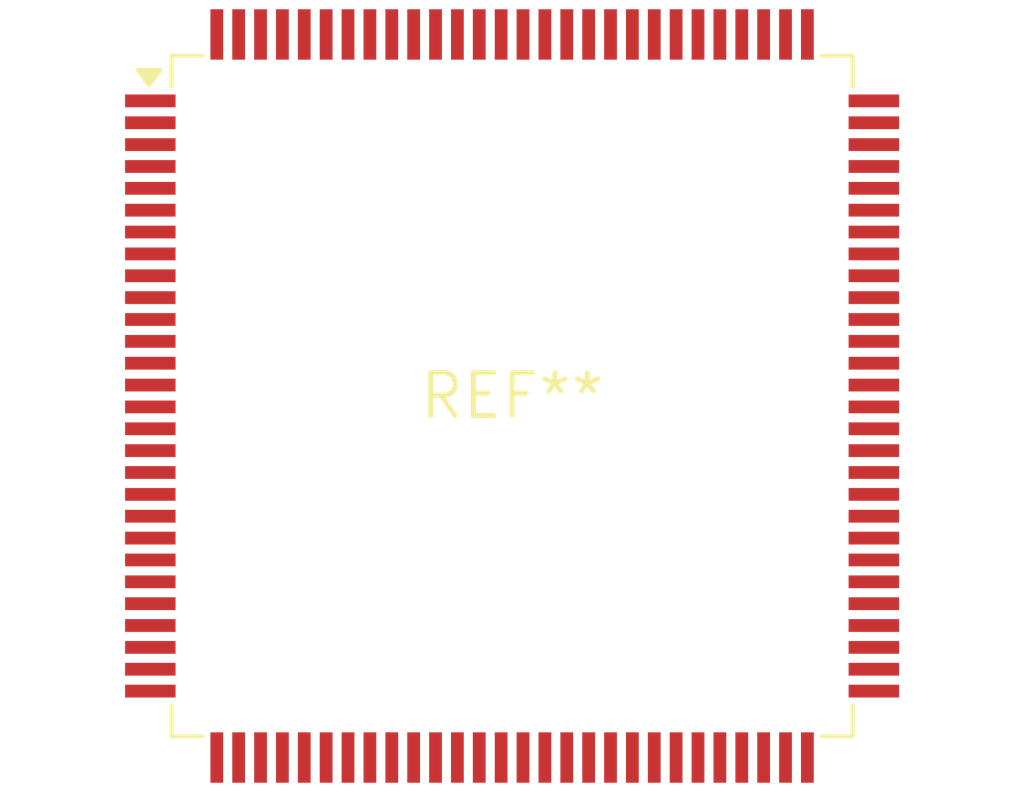
<source format=kicad_pcb>
(kicad_pcb (version 20240108) (generator pcbnew)
  (layers (0 "F.Cu" signal) (31 "B.Cu" signal) (34 "B.Paste" user) (35 "F.Paste" user) (36 "B.SilkS" user "B.Silkscreen") (37 "F.SilkS" user "F.Silkscreen") (38 "B.Mask" user) (39 "F.Mask" user) (44 "Edge.Cuts" user))
  (net 0 "")
  (footprint "PQFP-112_20x20mm_P0.65mm" (layer "F.Cu") (at 0 0)
    (property "Reference" "REF**")
    (property "Value" "PQFP-112_20x20mm_P0.65mm")
    (fp_line (start -10.12 -10.12) (end -10.12 -9.2) (layer "F.SilkS") (stroke (width 0.12)))
    (fp_line (start -10.12 10.12) (end -10.12 9.2) (layer "F.SilkS") (stroke (width 0.12)))
    (fp_line (start -9.2 -10.12) (end -10.12 -10.12) (layer "F.SilkS") (stroke (width 0.12)))
    (fp_line (start -9.2 10.12) (end -10.12 10.12) (layer "F.SilkS") (stroke (width 0.12)))
    (fp_line (start 9.2 -10.12) (end 10.12 -10.12) (layer "F.SilkS") (stroke (width 0.12)))
    (fp_line (start 9.2 10.12) (end 10.12 10.12) (layer "F.SilkS") (stroke (width 0.12)))
    (fp_line (start 10.12 -10.12) (end 10.12 -9.2) (layer "F.SilkS") (stroke (width 0.12)))
    (fp_line (start 10.12 10.12) (end 10.12 9.2) (layer "F.SilkS") (stroke (width 0.12)))
    (fp_poly (pts (xy -10.785 -9.23) (xy -11.125 -9.7) (xy -10.445 -9.7) (xy -10.785 -9.23)) (layer "F.SilkS") (stroke (width 0.12)) (fill solid))
    (pad "1" smd rect (at -10.75 -8.775) (size 1.5 0.38) (layers "F.Cu" "F.Paste" "F.Mask"))
    (pad "2" smd rect (at -10.75 -8.125) (size 1.5 0.38) (layers "F.Cu" "F.Paste" "F.Mask"))
    (pad "3" smd rect (at -10.75 -7.475) (size 1.5 0.38) (layers "F.Cu" "F.Paste" "F.Mask"))
    (pad "4" smd rect (at -10.75 -6.825) (size 1.5 0.38) (layers "F.Cu" "F.Paste" "F.Mask"))
    (pad "5" smd rect (at -10.75 -6.175) (size 1.5 0.38) (layers "F.Cu" "F.Paste" "F.Mask"))
    (pad "6" smd rect (at -10.75 -5.525) (size 1.5 0.38) (layers "F.Cu" "F.Paste" "F.Mask"))
    (pad "7" smd rect (at -10.75 -4.875) (size 1.5 0.38) (layers "F.Cu" "F.Paste" "F.Mask"))
    (pad "8" smd rect (at -10.75 -4.225) (size 1.5 0.38) (layers "F.Cu" "F.Paste" "F.Mask"))
    (pad "9" smd rect (at -10.75 -3.575) (size 1.5 0.38) (layers "F.Cu" "F.Paste" "F.Mask"))
    (pad "10" smd rect (at -10.75 -2.925) (size 1.5 0.38) (layers "F.Cu" "F.Paste" "F.Mask"))
    (pad "11" smd rect (at -10.75 -2.275) (size 1.5 0.38) (layers "F.Cu" "F.Paste" "F.Mask"))
    (pad "12" smd rect (at -10.75 -1.625) (size 1.5 0.38) (layers "F.Cu" "F.Paste" "F.Mask"))
    (pad "13" smd rect (at -10.75 -0.975) (size 1.5 0.38) (layers "F.Cu" "F.Paste" "F.Mask"))
    (pad "14" smd rect (at -10.75 -0.325) (size 1.5 0.38) (layers "F.Cu" "F.Paste" "F.Mask"))
    (pad "15" smd rect (at -10.75 0.325) (size 1.5 0.38) (layers "F.Cu" "F.Paste" "F.Mask"))
    (pad "16" smd rect (at -10.75 0.975) (size 1.5 0.38) (layers "F.Cu" "F.Paste" "F.Mask"))
    (pad "17" smd rect (at -10.75 1.625) (size 1.5 0.38) (layers "F.Cu" "F.Paste" "F.Mask"))
    (pad "18" smd rect (at -10.75 2.275) (size 1.5 0.38) (layers "F.Cu" "F.Paste" "F.Mask"))
    (pad "19" smd rect (at -10.75 2.925) (size 1.5 0.38) (layers "F.Cu" "F.Paste" "F.Mask"))
    (pad "20" smd rect (at -10.75 3.575) (size 1.5 0.38) (layers "F.Cu" "F.Paste" "F.Mask"))
    (pad "21" smd rect (at -10.75 4.225) (size 1.5 0.38) (layers "F.Cu" "F.Paste" "F.Mask"))
    (pad "22" smd rect (at -10.75 4.875) (size 1.5 0.38) (layers "F.Cu" "F.Paste" "F.Mask"))
    (pad "23" smd rect (at -10.75 5.525) (size 1.5 0.38) (layers "F.Cu" "F.Paste" "F.Mask"))
    (pad "24" smd rect (at -10.75 6.175) (size 1.5 0.38) (layers "F.Cu" "F.Paste" "F.Mask"))
    (pad "25" smd rect (at -10.75 6.825) (size 1.5 0.38) (layers "F.Cu" "F.Paste" "F.Mask"))
    (pad "26" smd rect (at -10.75 7.475) (size 1.5 0.38) (layers "F.Cu" "F.Paste" "F.Mask"))
    (pad "27" smd rect (at -10.75 8.125) (size 1.5 0.38) (layers "F.Cu" "F.Paste" "F.Mask"))
    (pad "28" smd rect (at -10.75 8.775) (size 1.5 0.38) (layers "F.Cu" "F.Paste" "F.Mask"))
    (pad "29" smd rect (at -8.775 10.75) (size 0.38 1.5) (layers "F.Cu" "F.Paste" "F.Mask"))
    (pad "30" smd rect (at -8.125 10.75) (size 0.38 1.5) (layers "F.Cu" "F.Paste" "F.Mask"))
    (pad "31" smd rect (at -7.475 10.75) (size 0.38 1.5) (layers "F.Cu" "F.Paste" "F.Mask"))
    (pad "32" smd rect (at -6.825 10.75) (size 0.38 1.5) (layers "F.Cu" "F.Paste" "F.Mask"))
    (pad "33" smd rect (at -6.175 10.75) (size 0.38 1.5) (layers "F.Cu" "F.Paste" "F.Mask"))
    (pad "34" smd rect (at -5.525 10.75) (size 0.38 1.5) (layers "F.Cu" "F.Paste" "F.Mask"))
    (pad "35" smd rect (at -4.875 10.75) (size 0.38 1.5) (layers "F.Cu" "F.Paste" "F.Mask"))
    (pad "36" smd rect (at -4.225 10.75) (size 0.38 1.5) (layers "F.Cu" "F.Paste" "F.Mask"))
    (pad "37" smd rect (at -3.575 10.75) (size 0.38 1.5) (layers "F.Cu" "F.Paste" "F.Mask"))
    (pad "38" smd rect (at -2.925 10.75) (size 0.38 1.5) (layers "F.Cu" "F.Paste" "F.Mask"))
    (pad "39" smd rect (at -2.275 10.75) (size 0.38 1.5) (layers "F.Cu" "F.Paste" "F.Mask"))
    (pad "40" smd rect (at -1.625 10.75) (size 0.38 1.5) (layers "F.Cu" "F.Paste" "F.Mask"))
    (pad "41" smd rect (at -0.975 10.75) (size 0.38 1.5) (layers "F.Cu" "F.Paste" "F.Mask"))
    (pad "42" smd rect (at -0.325 10.75) (size 0.38 1.5) (layers "F.Cu" "F.Paste" "F.Mask"))
    (pad "43" smd rect (at 0.325 10.75) (size 0.38 1.5) (layers "F.Cu" "F.Paste" "F.Mask"))
    (pad "44" smd rect (at 0.975 10.75) (size 0.38 1.5) (layers "F.Cu" "F.Paste" "F.Mask"))
    (pad "45" smd rect (at 1.625 10.75) (size 0.38 1.5) (layers "F.Cu" "F.Paste" "F.Mask"))
    (pad "46" smd rect (at 2.275 10.75) (size 0.38 1.5) (layers "F.Cu" "F.Paste" "F.Mask"))
    (pad "47" smd rect (at 2.925 10.75) (size 0.38 1.5) (layers "F.Cu" "F.Paste" "F.Mask"))
    (pad "48" smd rect (at 3.575 10.75) (size 0.38 1.5) (layers "F.Cu" "F.Paste" "F.Mask"))
    (pad "49" smd rect (at 4.225 10.75) (size 0.38 1.5) (layers "F.Cu" "F.Paste" "F.Mask"))
    (pad "50" smd rect (at 4.875 10.75) (size 0.38 1.5) (layers "F.Cu" "F.Paste" "F.Mask"))
    (pad "51" smd rect (at 5.525 10.75) (size 0.38 1.5) (layers "F.Cu" "F.Paste" "F.Mask"))
    (pad "52" smd rect (at 6.175 10.75) (size 0.38 1.5) (layers "F.Cu" "F.Paste" "F.Mask"))
    (pad "53" smd rect (at 6.825 10.75) (size 0.38 1.5) (layers "F.Cu" "F.Paste" "F.Mask"))
    (pad "54" smd rect (at 7.475 10.75) (size 0.38 1.5) (layers "F.Cu" "F.Paste" "F.Mask"))
    (pad "55" smd rect (at 8.125 10.75) (size 0.38 1.5) (layers "F.Cu" "F.Paste" "F.Mask"))
    (pad "56" smd rect (at 8.775 10.75) (size 0.38 1.5) (layers "F.Cu" "F.Paste" "F.Mask"))
    (pad "57" smd rect (at 10.75 8.775) (size 1.5 0.38) (layers "F.Cu" "F.Paste" "F.Mask"))
    (pad "58" smd rect (at 10.75 8.125) (size 1.5 0.38) (layers "F.Cu" "F.Paste" "F.Mask"))
    (pad "59" smd rect (at 10.75 7.475) (size 1.5 0.38) (layers "F.Cu" "F.Paste" "F.Mask"))
    (pad "60" smd rect (at 10.75 6.825) (size 1.5 0.38) (layers "F.Cu" "F.Paste" "F.Mask"))
    (pad "61" smd rect (at 10.75 6.175) (size 1.5 0.38) (layers "F.Cu" "F.Paste" "F.Mask"))
    (pad "62" smd rect (at 10.75 5.525) (size 1.5 0.38) (layers "F.Cu" "F.Paste" "F.Mask"))
    (pad "63" smd rect (at 10.75 4.875) (size 1.5 0.38) (layers "F.Cu" "F.Paste" "F.Mask"))
    (pad "64" smd rect (at 10.75 4.225) (size 1.5 0.38) (layers "F.Cu" "F.Paste" "F.Mask"))
    (pad "65" smd rect (at 10.75 3.575) (size 1.5 0.38) (layers "F.Cu" "F.Paste" "F.Mask"))
    (pad "66" smd rect (at 10.75 2.925) (size 1.5 0.38) (layers "F.Cu" "F.Paste" "F.Mask"))
    (pad "67" smd rect (at 10.75 2.275) (size 1.5 0.38) (layers "F.Cu" "F.Paste" "F.Mask"))
    (pad "68" smd rect (at 10.75 1.625) (size 1.5 0.38) (layers "F.Cu" "F.Paste" "F.Mask"))
    (pad "69" smd rect (at 10.75 0.975) (size 1.5 0.38) (layers "F.Cu" "F.Paste" "F.Mask"))
    (pad "70" smd rect (at 10.75 0.325) (size 1.5 0.38) (layers "F.Cu" "F.Paste" "F.Mask"))
    (pad "71" smd rect (at 10.75 -0.325) (size 1.5 0.38) (layers "F.Cu" "F.Paste" "F.Mask"))
    (pad "72" smd rect (at 10.75 -0.975) (size 1.5 0.38) (layers "F.Cu" "F.Paste" "F.Mask"))
    (pad "73" smd rect (at 10.75 -1.625) (size 1.5 0.38) (layers "F.Cu" "F.Paste" "F.Mask"))
    (pad "74" smd rect (at 10.75 -2.275) (size 1.5 0.38) (layers "F.Cu" "F.Paste" "F.Mask"))
    (pad "75" smd rect (at 10.75 -2.925) (size 1.5 0.38) (layers "F.Cu" "F.Paste" "F.Mask"))
    (pad "76" smd rect (at 10.75 -3.575) (size 1.5 0.38) (layers "F.Cu" "F.Paste" "F.Mask"))
    (pad "77" smd rect (at 10.75 -4.225) (size 1.5 0.38) (layers "F.Cu" "F.Paste" "F.Mask"))
    (pad "78" smd rect (at 10.75 -4.875) (size 1.5 0.38) (layers "F.Cu" "F.Paste" "F.Mask"))
    (pad "79" smd rect (at 10.75 -5.525) (size 1.5 0.38) (layers "F.Cu" "F.Paste" "F.Mask"))
    (pad "80" smd rect (at 10.75 -6.175) (size 1.5 0.38) (layers "F.Cu" "F.Paste" "F.Mask"))
    (pad "81" smd rect (at 10.75 -6.825) (size 1.5 0.38) (layers "F.Cu" "F.Paste" "F.Mask"))
    (pad "82" smd rect (at 10.75 -7.475) (size 1.5 0.38) (layers "F.Cu" "F.Paste" "F.Mask"))
    (pad "83" smd rect (at 10.75 -8.125) (size 1.5 0.38) (layers "F.Cu" "F.Paste" "F.Mask"))
    (pad "84" smd rect (at 10.75 -8.775) (size 1.5 0.38) (layers "F.Cu" "F.Paste" "F.Mask"))
    (pad "85" smd rect (at 8.775 -10.75) (size 0.38 1.5) (layers "F.Cu" "F.Paste" "F.Mask"))
    (pad "86" smd rect (at 8.125 -10.75) (size 0.38 1.5) (layers "F.Cu" "F.Paste" "F.Mask"))
    (pad "87" smd rect (at 7.475 -10.75) (size 0.38 1.5) (layers "F.Cu" "F.Paste" "F.Mask"))
    (pad "88" smd rect (at 6.825 -10.75) (size 0.38 1.5) (layers "F.Cu" "F.Paste" "F.Mask"))
    (pad "89" smd rect (at 6.175 -10.75) (size 0.38 1.5) (layers "F.Cu" "F.Paste" "F.Mask"))
    (pad "90" smd rect (at 5.525 -10.75) (size 0.38 1.5) (layers "F.Cu" "F.Paste" "F.Mask"))
    (pad "91" smd rect (at 4.875 -10.75) (size 0.38 1.5) (layers "F.Cu" "F.Paste" "F.Mask"))
    (pad "92" smd rect (at 4.225 -10.75) (size 0.38 1.5) (layers "F.Cu" "F.Paste" "F.Mask"))
    (pad "93" smd rect (at 3.575 -10.75) (size 0.38 1.5) (layers "F.Cu" "F.Paste" "F.Mask"))
    (pad "94" smd rect (at 2.925 -10.75) (size 0.38 1.5) (layers "F.Cu" "F.Paste" "F.Mask"))
    (pad "95" smd rect (at 2.275 -10.75) (size 0.38 1.5) (layers "F.Cu" "F.Paste" "F.Mask"))
    (pad "96" smd rect (at 1.625 -10.75) (size 0.38 1.5) (layers "F.Cu" "F.Paste" "F.Mask"))
    (pad "97" smd rect (at 0.975 -10.75) (size 0.38 1.5) (layers "F.Cu" "F.Paste" "F.Mask"))
    (pad "98" smd rect (at 0.325 -10.75) (size 0.38 1.5) (layers "F.Cu" "F.Paste" "F.Mask"))
    (pad "99" smd rect (at -0.325 -10.75) (size 0.38 1.5) (layers "F.Cu" "F.Paste" "F.Mask"))
    (pad "100" smd rect (at -0.975 -10.75) (size 0.38 1.5) (layers "F.Cu" "F.Paste" "F.Mask"))
    (pad "101" smd rect (at -1.625 -10.75) (size 0.38 1.5) (layers "F.Cu" "F.Paste" "F.Mask"))
    (pad "102" smd rect (at -2.275 -10.75) (size 0.38 1.5) (layers "F.Cu" "F.Paste" "F.Mask"))
    (pad "103" smd rect (at -2.925 -10.75) (size 0.38 1.5) (layers "F.Cu" "F.Paste" "F.Mask"))
    (pad "104" smd rect (at -3.575 -10.75) (size 0.38 1.5) (layers "F.Cu" "F.Paste" "F.Mask"))
    (pad "105" smd rect (at -4.225 -10.75) (size 0.38 1.5) (layers "F.Cu" "F.Paste" "F.Mask"))
    (pad "106" smd rect (at -4.875 -10.75) (size 0.38 1.5) (layers "F.Cu" "F.Paste" "F.Mask"))
    (pad "107" smd rect (at -5.525 -10.75) (size 0.38 1.5) (layers "F.Cu" "F.Paste" "F.Mask"))
    (pad "108" smd rect (at -6.175 -10.75) (size 0.38 1.5) (layers "F.Cu" "F.Paste" "F.Mask"))
    (pad "109" smd rect (at -6.825 -10.75) (size 0.38 1.5) (layers "F.Cu" "F.Paste" "F.Mask"))
    (pad "110" smd rect (at -7.475 -10.75) (size 0.38 1.5) (layers "F.Cu" "F.Paste" "F.Mask"))
    (pad "111" smd rect (at -8.125 -10.75) (size 0.38 1.5) (layers "F.Cu" "F.Paste" "F.Mask"))
    (pad "112" smd rect (at -8.775 -10.75) (size 0.38 1.5) (layers "F.Cu" "F.Paste" "F.Mask"))
  )
)
</source>
